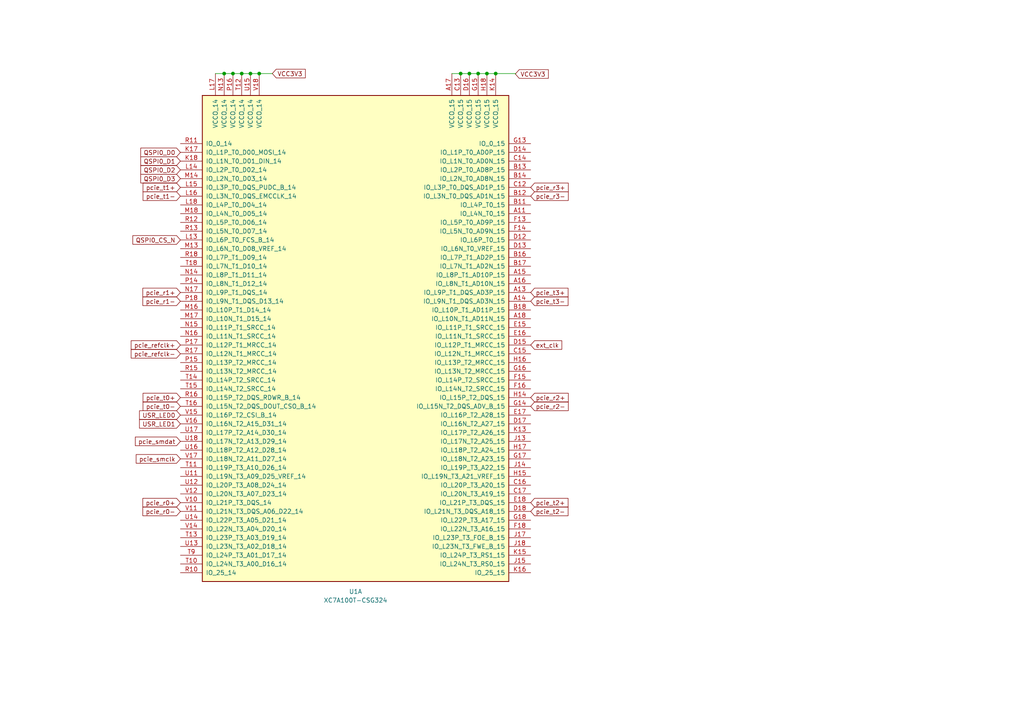
<source format=kicad_sch>
(kicad_sch (version 20230121) (generator eeschema)
  (paper "A4")
  (lib_symbols
    (symbol "FPGA_Xilinx_Artix7:XC7A100T-CSG324" (pin_names (offset 1.016))
      (property "Reference" "U" (at 0 1.27 0))
      (property "Value" "XC7A100T-CSG324" (at 0 -1.27 0))
      (symbol "XC7A100T-CSG324_1_1"
        (rectangle (start -44.45 67.31) (end 44.45 -73.66) (stroke (width 0.254)) (fill (type background)))
        (pin bidirectional line (at 50.8 33.02 180) (length 6.35) (name "IO_L4N_T0_15") (number "A11"))
        (pin bidirectional line (at 50.8 10.16 180) (length 6.35) (name "IO_L9P_T1_DQS_AD3P_15") (number "A13"))
        (pin bidirectional line (at 50.8 7.62 180) (length 6.35) (name "IO_L9N_T1_DQS_AD3N_15") (number "A14"))
        (pin bidirectional line (at 50.8 15.24 180) (length 6.35) (name "IO_L8P_T1_AD10P_15") (number "A15"))
        (pin bidirectional line (at 50.8 12.7 180) (length 6.35) (name "IO_L8N_T1_AD10N_15") (number "A16"))
        (pin power_in line (at 27.94 73.66 270) (length 6.35) (name "VCCO_15") (number "A17"))
        (pin bidirectional line (at 50.8 2.54 180) (length 6.35) (name "IO_L10N_T1_AD11N_15") (number "A18"))
        (pin bidirectional line (at 50.8 35.56 180) (length 6.35) (name "IO_L4P_T0_15") (number "B11"))
        (pin bidirectional line (at 50.8 38.1 180) (length 6.35) (name "IO_L3N_T0_DQS_AD1N_15") (number "B12"))
        (pin bidirectional line (at 50.8 45.72 180) (length 6.35) (name "IO_L2P_T0_AD8P_15") (number "B13"))
        (pin bidirectional line (at 50.8 43.18 180) (length 6.35) (name "IO_L2N_T0_AD8N_15") (number "B14"))
        (pin bidirectional line (at 50.8 20.32 180) (length 6.35) (name "IO_L7P_T1_AD2P_15") (number "B16"))
        (pin bidirectional line (at 50.8 17.78 180) (length 6.35) (name "IO_L7N_T1_AD2N_15") (number "B17"))
        (pin bidirectional line (at 50.8 5.08 180) (length 6.35) (name "IO_L10P_T1_AD11P_15") (number "B18"))
        (pin bidirectional line (at 50.8 40.64 180) (length 6.35) (name "IO_L3P_T0_DQS_AD1P_15") (number "C12"))
        (pin power_in line (at 30.48 73.66 270) (length 6.35) (name "VCCO_15") (number "C13"))
        (pin bidirectional line (at 50.8 48.26 180) (length 6.35) (name "IO_L1N_T0_AD0N_15") (number "C14"))
        (pin bidirectional line (at 50.8 -7.62 180) (length 6.35) (name "IO_L12N_T1_MRCC_15") (number "C15"))
        (pin bidirectional line (at 50.8 -45.72 180) (length 6.35) (name "IO_L20P_T3_A20_15") (number "C16"))
        (pin bidirectional line (at 50.8 -48.26 180) (length 6.35) (name "IO_L20N_T3_A19_15") (number "C17"))
        (pin bidirectional line (at 50.8 25.4 180) (length 6.35) (name "IO_L6P_T0_15") (number "D12"))
        (pin bidirectional line (at 50.8 22.86 180) (length 6.35) (name "IO_L6N_T0_VREF_15") (number "D13"))
        (pin bidirectional line (at 50.8 50.8 180) (length 6.35) (name "IO_L1P_T0_AD0P_15") (number "D14"))
        (pin bidirectional line (at 50.8 -5.08 180) (length 6.35) (name "IO_L12P_T1_MRCC_15") (number "D15"))
        (pin power_in line (at 33.02 73.66 270) (length 6.35) (name "VCCO_15") (number "D16"))
        (pin bidirectional line (at 50.8 -27.94 180) (length 6.35) (name "IO_L16N_T2_A27_15") (number "D17"))
        (pin bidirectional line (at 50.8 -53.34 180) (length 6.35) (name "IO_L21N_T3_DQS_A18_15") (number "D18"))
        (pin bidirectional line (at 50.8 0 180) (length 6.35) (name "IO_L11P_T1_SRCC_15") (number "E15"))
        (pin bidirectional line (at 50.8 -2.54 180) (length 6.35) (name "IO_L11N_T1_SRCC_15") (number "E16"))
        (pin bidirectional line (at 50.8 -25.4 180) (length 6.35) (name "IO_L16P_T2_A28_15") (number "E17"))
        (pin bidirectional line (at 50.8 -50.8 180) (length 6.35) (name "IO_L21P_T3_DQS_15") (number "E18"))
        (pin bidirectional line (at 50.8 30.48 180) (length 6.35) (name "IO_L5P_T0_AD9P_15") (number "F13"))
        (pin bidirectional line (at 50.8 27.94 180) (length 6.35) (name "IO_L5N_T0_AD9N_15") (number "F14"))
        (pin bidirectional line (at 50.8 -15.24 180) (length 6.35) (name "IO_L14P_T2_SRCC_15") (number "F15"))
        (pin bidirectional line (at 50.8 -17.78 180) (length 6.35) (name "IO_L14N_T2_SRCC_15") (number "F16"))
        (pin bidirectional line (at 50.8 -58.42 180) (length 6.35) (name "IO_L22N_T3_A16_15") (number "F18"))
        (pin bidirectional line (at 50.8 53.34 180) (length 6.35) (name "IO_0_15") (number "G13"))
        (pin bidirectional line (at 50.8 -22.86 180) (length 6.35) (name "IO_L15N_T2_DQS_ADV_B_15") (number "G14"))
        (pin power_in line (at 35.56 73.66 270) (length 6.35) (name "VCCO_15") (number "G15"))
        (pin bidirectional line (at 50.8 -12.7 180) (length 6.35) (name "IO_L13N_T2_MRCC_15") (number "G16"))
        (pin bidirectional line (at 50.8 -38.1 180) (length 6.35) (name "IO_L18N_T2_A23_15") (number "G17"))
        (pin bidirectional line (at 50.8 -55.88 180) (length 6.35) (name "IO_L22P_T3_A17_15") (number "G18"))
        (pin bidirectional line (at 50.8 -20.32 180) (length 6.35) (name "IO_L15P_T2_DQS_15") (number "H14"))
        (pin bidirectional line (at 50.8 -43.18 180) (length 6.35) (name "IO_L19N_T3_A21_VREF_15") (number "H15"))
        (pin bidirectional line (at 50.8 -10.16 180) (length 6.35) (name "IO_L13P_T2_MRCC_15") (number "H16"))
        (pin bidirectional line (at 50.8 -35.56 180) (length 6.35) (name "IO_L18P_T2_A24_15") (number "H17"))
        (pin power_in line (at 38.1 73.66 270) (length 6.35) (name "VCCO_15") (number "H18"))
        (pin bidirectional line (at 50.8 -33.02 180) (length 6.35) (name "IO_L17N_T2_A25_15") (number "J13"))
        (pin bidirectional line (at 50.8 -40.64 180) (length 6.35) (name "IO_L19P_T3_A22_15") (number "J14"))
        (pin bidirectional line (at 50.8 -68.58 180) (length 6.35) (name "IO_L24N_T3_RS0_15") (number "J15"))
        (pin bidirectional line (at 50.8 -60.96 180) (length 6.35) (name "IO_L23P_T3_FOE_B_15") (number "J17"))
        (pin bidirectional line (at 50.8 -63.5 180) (length 6.35) (name "IO_L23N_T3_FWE_B_15") (number "J18"))
        (pin bidirectional line (at 50.8 -30.48 180) (length 6.35) (name "IO_L17P_T2_A26_15") (number "K13"))
        (pin power_in line (at 40.64 73.66 270) (length 6.35) (name "VCCO_15") (number "K14"))
        (pin bidirectional line (at 50.8 -66.04 180) (length 6.35) (name "IO_L24P_T3_RS1_15") (number "K15"))
        (pin bidirectional line (at 50.8 -71.12 180) (length 6.35) (name "IO_25_15") (number "K16"))
        (pin bidirectional line (at -50.8 50.8 0) (length 6.35) (name "IO_L1P_T0_D00_MOSI_14") (number "K17"))
        (pin bidirectional line (at -50.8 48.26 0) (length 6.35) (name "IO_L1N_T0_D01_DIN_14") (number "K18"))
        (pin bidirectional line (at -50.8 25.4 0) (length 6.35) (name "IO_L6P_T0_FCS_B_14") (number "L13"))
        (pin bidirectional line (at -50.8 45.72 0) (length 6.35) (name "IO_L2P_T0_D02_14") (number "L14"))
        (pin bidirectional line (at -50.8 40.64 0) (length 6.35) (name "IO_L3P_T0_DQS_PUDC_B_14") (number "L15"))
        (pin bidirectional line (at -50.8 38.1 0) (length 6.35) (name "IO_L3N_T0_DQS_EMCCLK_14") (number "L16"))
        (pin power_in line (at -40.64 73.66 270) (length 6.35) (name "VCCO_14") (number "L17"))
        (pin bidirectional line (at -50.8 35.56 0) (length 6.35) (name "IO_L4P_T0_D04_14") (number "L18"))
        (pin bidirectional line (at -50.8 22.86 0) (length 6.35) (name "IO_L6N_T0_D08_VREF_14") (number "M13"))
        (pin bidirectional line (at -50.8 43.18 0) (length 6.35) (name "IO_L2N_T0_D03_14") (number "M14"))
        (pin bidirectional line (at -50.8 5.08 0) (length 6.35) (name "IO_L10P_T1_D14_14") (number "M16"))
        (pin bidirectional line (at -50.8 2.54 0) (length 6.35) (name "IO_L10N_T1_D15_14") (number "M17"))
        (pin bidirectional line (at -50.8 33.02 0) (length 6.35) (name "IO_L4N_T0_D05_14") (number "M18"))
        (pin power_in line (at -38.1 73.66 270) (length 6.35) (name "VCCO_14") (number "N13"))
        (pin bidirectional line (at -50.8 15.24 0) (length 6.35) (name "IO_L8P_T1_D11_14") (number "N14"))
        (pin bidirectional line (at -50.8 0 0) (length 6.35) (name "IO_L11P_T1_SRCC_14") (number "N15"))
        (pin bidirectional line (at -50.8 -2.54 0) (length 6.35) (name "IO_L11N_T1_SRCC_14") (number "N16"))
        (pin bidirectional line (at -50.8 10.16 0) (length 6.35) (name "IO_L9P_T1_DQS_14") (number "N17"))
        (pin bidirectional line (at -50.8 12.7 0) (length 6.35) (name "IO_L8N_T1_D12_14") (number "P14"))
        (pin bidirectional line (at -50.8 -10.16 0) (length 6.35) (name "IO_L13P_T2_MRCC_14") (number "P15"))
        (pin power_in line (at -35.56 73.66 270) (length 6.35) (name "VCCO_14") (number "P16"))
        (pin bidirectional line (at -50.8 -5.08 0) (length 6.35) (name "IO_L12P_T1_MRCC_14") (number "P17"))
        (pin bidirectional line (at -50.8 7.62 0) (length 6.35) (name "IO_L9N_T1_DQS_D13_14") (number "P18"))
        (pin bidirectional line (at -50.8 -71.12 0) (length 6.35) (name "IO_25_14") (number "R10"))
        (pin bidirectional line (at -50.8 53.34 0) (length 6.35) (name "IO_0_14") (number "R11"))
        (pin bidirectional line (at -50.8 30.48 0) (length 6.35) (name "IO_L5P_T0_D06_14") (number "R12"))
        (pin bidirectional line (at -50.8 27.94 0) (length 6.35) (name "IO_L5N_T0_D07_14") (number "R13"))
        (pin bidirectional line (at -50.8 -12.7 0) (length 6.35) (name "IO_L13N_T2_MRCC_14") (number "R15"))
        (pin bidirectional line (at -50.8 -20.32 0) (length 6.35) (name "IO_L15P_T2_DQS_RDWR_B_14") (number "R16"))
        (pin bidirectional line (at -50.8 -7.62 0) (length 6.35) (name "IO_L12N_T1_MRCC_14") (number "R17"))
        (pin bidirectional line (at -50.8 20.32 0) (length 6.35) (name "IO_L7P_T1_D09_14") (number "R18"))
        (pin bidirectional line (at -50.8 -68.58 0) (length 6.35) (name "IO_L24N_T3_A00_D16_14") (number "T10"))
        (pin bidirectional line (at -50.8 -40.64 0) (length 6.35) (name "IO_L19P_T3_A10_D26_14") (number "T11"))
        (pin power_in line (at -33.02 73.66 270) (length 6.35) (name "VCCO_14") (number "T12"))
        (pin bidirectional line (at -50.8 -60.96 0) (length 6.35) (name "IO_L23P_T3_A03_D19_14") (number "T13"))
        (pin bidirectional line (at -50.8 -15.24 0) (length 6.35) (name "IO_L14P_T2_SRCC_14") (number "T14"))
        (pin bidirectional line (at -50.8 -17.78 0) (length 6.35) (name "IO_L14N_T2_SRCC_14") (number "T15"))
        (pin bidirectional line (at -50.8 -22.86 0) (length 6.35) (name "IO_L15N_T2_DQS_DOUT_CSO_B_14") (number "T16"))
        (pin bidirectional line (at -50.8 17.78 0) (length 6.35) (name "IO_L7N_T1_D10_14") (number "T18"))
        (pin bidirectional line (at -50.8 -66.04 0) (length 6.35) (name "IO_L24P_T3_A01_D17_14") (number "T9"))
        (pin bidirectional line (at -50.8 -43.18 0) (length 6.35) (name "IO_L19N_T3_A09_D25_VREF_14") (number "U11"))
        (pin bidirectional line (at -50.8 -45.72 0) (length 6.35) (name "IO_L20P_T3_A08_D24_14") (number "U12"))
        (pin bidirectional line (at -50.8 -63.5 0) (length 6.35) (name "IO_L23N_T3_A02_D18_14") (number "U13"))
        (pin bidirectional line (at -50.8 -55.88 0) (length 6.35) (name "IO_L22P_T3_A05_D21_14") (number "U14"))
        (pin power_in line (at -30.48 73.66 270) (length 6.35) (name "VCCO_14") (number "U15"))
        (pin bidirectional line (at -50.8 -35.56 0) (length 6.35) (name "IO_L18P_T2_A12_D28_14") (number "U16"))
        (pin bidirectional line (at -50.8 -30.48 0) (length 6.35) (name "IO_L17P_T2_A14_D30_14") (number "U17"))
        (pin bidirectional line (at -50.8 -33.02 0) (length 6.35) (name "IO_L17N_T2_A13_D29_14") (number "U18"))
        (pin bidirectional line (at -50.8 -50.8 0) (length 6.35) (name "IO_L21P_T3_DQS_14") (number "V10"))
        (pin bidirectional line (at -50.8 -53.34 0) (length 6.35) (name "IO_L21N_T3_DQS_A06_D22_14") (number "V11"))
        (pin bidirectional line (at -50.8 -48.26 0) (length 6.35) (name "IO_L20N_T3_A07_D23_14") (number "V12"))
        (pin bidirectional line (at -50.8 -58.42 0) (length 6.35) (name "IO_L22N_T3_A04_D20_14") (number "V14"))
        (pin bidirectional line (at -50.8 -25.4 0) (length 6.35) (name "IO_L16P_T2_CSI_B_14") (number "V15"))
        (pin bidirectional line (at -50.8 -27.94 0) (length 6.35) (name "IO_L16N_T2_A15_D31_14") (number "V16"))
        (pin bidirectional line (at -50.8 -38.1 0) (length 6.35) (name "IO_L18N_T2_A11_D27_14") (number "V17"))
        (pin power_in line (at -27.94 73.66 270) (length 6.35) (name "VCCO_14") (number "V18"))
      )
      (symbol "XC7A100T-CSG324_2_1"
        (rectangle (start -44.45 67.31) (end 44.45 -73.66) (stroke (width 0.254)) (fill (type background)))
        (pin bidirectional line (at -50.8 35.56 0) (length 6.35) (name "IO_L14P_T2_SRCC_16") (number "A10"))
        (pin bidirectional line (at -50.8 43.18 0) (length 6.35) (name "IO_L12N_T1_MRCC_16") (number "A8"))
        (pin bidirectional line (at -50.8 33.02 0) (length 6.35) (name "IO_L14N_T2_SRCC_16") (number "A9"))
        (pin power_in line (at -40.64 73.66 270) (length 6.35) (name "VCCO_16") (number "B10"))
        (pin bidirectional line (at -50.8 45.72 0) (length 6.35) (name "IO_L12P_T1_MRCC_16") (number "B8"))
        (pin bidirectional line (at -50.8 48.26 0) (length 6.35) (name "IO_L11N_T1_SRCC_16") (number "B9"))
        (pin bidirectional line (at -50.8 38.1 0) (length 6.35) (name "IO_L13N_T2_MRCC_16") (number "C10"))
        (pin bidirectional line (at -50.8 40.64 0) (length 6.35) (name "IO_L13P_T2_MRCC_16") (number "C11"))
        (pin bidirectional line (at -50.8 50.8 0) (length 6.35) (name "IO_L11P_T1_SRCC_16") (number "C9"))
        (pin bidirectional line (at -50.8 30.48 0) (length 6.35) (name "IO_L19N_T3_VREF_16") (number "D10"))
        (pin bidirectional line (at -50.8 53.34 0) (length 6.35) (name "IO_L6N_T0_VREF_16") (number "D9"))
        (pin bidirectional line (at 50.8 45.72 180) (length 6.35) (name "IO_L2P_T0_34") (number "K3"))
        (pin power_in line (at 27.94 73.66 270) (length 6.35) (name "VCCO_34") (number "K4"))
        (pin bidirectional line (at 50.8 30.48 180) (length 6.35) (name "IO_L5P_T0_34") (number "K5"))
        (pin bidirectional line (at 50.8 53.34 180) (length 6.35) (name "IO_0_34") (number "K6"))
        (pin bidirectional line (at 50.8 50.8 180) (length 6.35) (name "IO_L1P_T0_34") (number "L1"))
        (pin bidirectional line (at 50.8 43.18 180) (length 6.35) (name "IO_L2N_T0_34") (number "L3"))
        (pin bidirectional line (at 50.8 27.94 180) (length 6.35) (name "IO_L5N_T0_34") (number "L4"))
        (pin bidirectional line (at 50.8 22.86 180) (length 6.35) (name "IO_L6N_T0_VREF_34") (number "L5"))
        (pin bidirectional line (at 50.8 25.4 180) (length 6.35) (name "IO_L6P_T0_34") (number "L6"))
        (pin bidirectional line (at 50.8 48.26 180) (length 6.35) (name "IO_L1N_T0_34") (number "M1"))
        (pin bidirectional line (at 50.8 33.02 180) (length 6.35) (name "IO_L4N_T0_34") (number "M2"))
        (pin bidirectional line (at 50.8 35.56 180) (length 6.35) (name "IO_L4P_T0_34") (number "M3"))
        (pin bidirectional line (at 50.8 -25.4 180) (length 6.35) (name "IO_L16P_T2_34") (number "M4"))
        (pin bidirectional line (at 50.8 -35.56 180) (length 6.35) (name "IO_L18P_T2_34") (number "M6"))
        (pin bidirectional line (at 50.8 38.1 180) (length 6.35) (name "IO_L3N_T0_DQS_34") (number "N1"))
        (pin bidirectional line (at 50.8 40.64 180) (length 6.35) (name "IO_L3P_T0_DQS_34") (number "N2"))
        (pin power_in line (at 30.48 73.66 270) (length 6.35) (name "VCCO_34") (number "N3"))
        (pin bidirectional line (at 50.8 -27.94 180) (length 6.35) (name "IO_L16N_T2_34") (number "N4"))
        (pin bidirectional line (at 50.8 -10.16 180) (length 6.35) (name "IO_L13P_T2_MRCC_34") (number "N5"))
        (pin bidirectional line (at 50.8 -38.1 180) (length 6.35) (name "IO_L18N_T2_34") (number "N6"))
        (pin bidirectional line (at 50.8 -20.32 180) (length 6.35) (name "IO_L15P_T2_DQS_34") (number "P2"))
        (pin bidirectional line (at 50.8 -17.78 180) (length 6.35) (name "IO_L14N_T2_SRCC_34") (number "P3"))
        (pin bidirectional line (at 50.8 -15.24 180) (length 6.35) (name "IO_L14P_T2_SRCC_34") (number "P4"))
        (pin bidirectional line (at 50.8 -12.7 180) (length 6.35) (name "IO_L13N_T2_MRCC_34") (number "P5"))
        (pin power_in line (at 33.02 73.66 270) (length 6.35) (name "VCCO_34") (number "P6"))
        (pin bidirectional line (at 50.8 -30.48 180) (length 6.35) (name "IO_L17P_T2_34") (number "R1"))
        (pin bidirectional line (at 50.8 -22.86 180) (length 6.35) (name "IO_L15N_T2_DQS_34") (number "R2"))
        (pin bidirectional line (at 50.8 0 180) (length 6.35) (name "IO_L11P_T1_SRCC_34") (number "R3"))
        (pin bidirectional line (at 50.8 -43.18 180) (length 6.35) (name "IO_L19N_T3_VREF_34") (number "R5"))
        (pin bidirectional line (at 50.8 -40.64 180) (length 6.35) (name "IO_L19P_T3_34") (number "R6"))
        (pin bidirectional line (at 50.8 -60.96 180) (length 6.35) (name "IO_L23P_T3_34") (number "R7"))
        (pin bidirectional line (at 50.8 -66.04 180) (length 6.35) (name "IO_L24P_T3_34") (number "R8"))
        (pin bidirectional line (at 50.8 -33.02 180) (length 6.35) (name "IO_L17N_T2_34") (number "T1"))
        (pin power_in line (at 35.56 73.66 270) (length 6.35) (name "VCCO_34") (number "T2"))
        (pin bidirectional line (at 50.8 -2.54 180) (length 6.35) (name "IO_L11N_T1_SRCC_34") (number "T3"))
        (pin bidirectional line (at 50.8 -7.62 180) (length 6.35) (name "IO_L12N_T1_MRCC_34") (number "T4"))
        (pin bidirectional line (at 50.8 -5.08 180) (length 6.35) (name "IO_L12P_T1_MRCC_34") (number "T5"))
        (pin bidirectional line (at 50.8 -63.5 180) (length 6.35) (name "IO_L23N_T3_34") (number "T6"))
        (pin bidirectional line (at 50.8 -68.58 180) (length 6.35) (name "IO_L24N_T3_34") (number "T8"))
        (pin bidirectional line (at 50.8 20.32 180) (length 6.35) (name "IO_L7P_T1_34") (number "U1"))
        (pin bidirectional line (at 50.8 10.16 180) (length 6.35) (name "IO_L9P_T1_DQS_34") (number "U2"))
        (pin bidirectional line (at 50.8 12.7 180) (length 6.35) (name "IO_L8N_T1_34") (number "U3"))
        (pin bidirectional line (at 50.8 15.24 180) (length 6.35) (name "IO_L8P_T1_34") (number "U4"))
        (pin power_in line (at 38.1 73.66 270) (length 6.35) (name "VCCO_34") (number "U5"))
        (pin bidirectional line (at 50.8 -58.42 180) (length 6.35) (name "IO_L22N_T3_34") (number "U6"))
        (pin bidirectional line (at 50.8 -55.88 180) (length 6.35) (name "IO_L22P_T3_34") (number "U7"))
        (pin bidirectional line (at 50.8 -71.12 180) (length 6.35) (name "IO_25_34") (number "U8"))
        (pin bidirectional line (at 50.8 -50.8 180) (length 6.35) (name "IO_L21P_T3_DQS_34") (number "U9"))
        (pin bidirectional line (at 50.8 17.78 180) (length 6.35) (name "IO_L7N_T1_34") (number "V1"))
        (pin bidirectional line (at 50.8 7.62 180) (length 6.35) (name "IO_L9N_T1_DQS_34") (number "V2"))
        (pin bidirectional line (at 50.8 2.54 180) (length 6.35) (name "IO_L10N_T1_34") (number "V4"))
        (pin bidirectional line (at 50.8 5.08 180) (length 6.35) (name "IO_L10P_T1_34") (number "V5"))
        (pin bidirectional line (at 50.8 -48.26 180) (length 6.35) (name "IO_L20N_T3_34") (number "V6"))
        (pin bidirectional line (at 50.8 -45.72 180) (length 6.35) (name "IO_L20P_T3_34") (number "V7"))
        (pin power_in line (at 40.64 73.66 270) (length 6.35) (name "VCCO_34") (number "V8"))
        (pin bidirectional line (at 50.8 -53.34 180) (length 6.35) (name "IO_L21N_T3_DQS_34") (number "V9"))
      )
      (symbol "XC7A100T-CSG324_3_1"
        (rectangle (start -44.45 67.31) (end 44.45 -73.66) (stroke (width 0.254)) (fill (type background)))
        (pin bidirectional line (at -50.8 7.62 0) (length 6.35) (name "IO_L9N_T1_DQS_AD7N_35") (number "A1"))
        (pin bidirectional line (at -50.8 12.7 0) (length 6.35) (name "IO_L8N_T1_AD14N_35") (number "A3"))
        (pin bidirectional line (at -50.8 15.24 0) (length 6.35) (name "IO_L8P_T1_AD14P_35") (number "A4"))
        (pin bidirectional line (at -50.8 38.1 0) (length 6.35) (name "IO_L3N_T0_DQS_AD5N_35") (number "A5"))
        (pin bidirectional line (at -50.8 40.64 0) (length 6.35) (name "IO_L3P_T0_DQS_AD5P_35") (number "A6"))
        (pin power_in line (at -40.64 73.66 270) (length 6.35) (name "VCCO_35") (number "A7"))
        (pin bidirectional line (at -50.8 10.16 0) (length 6.35) (name "IO_L9P_T1_DQS_AD7P_35") (number "B1"))
        (pin bidirectional line (at -50.8 2.54 0) (length 6.35) (name "IO_L10N_T1_AD15N_35") (number "B2"))
        (pin bidirectional line (at -50.8 5.08 0) (length 6.35) (name "IO_L10P_T1_AD15P_35") (number "B3"))
        (pin bidirectional line (at -50.8 17.78 0) (length 6.35) (name "IO_L7N_T1_AD6N_35") (number "B4"))
        (pin bidirectional line (at -50.8 43.18 0) (length 6.35) (name "IO_L2N_T0_AD12N_35") (number "B6"))
        (pin bidirectional line (at -50.8 45.72 0) (length 6.35) (name "IO_L2P_T0_AD12P_35") (number "B7"))
        (pin bidirectional line (at -50.8 -27.94 0) (length 6.35) (name "IO_L16N_T2_35") (number "C1"))
        (pin bidirectional line (at -50.8 -25.4 0) (length 6.35) (name "IO_L16P_T2_35") (number "C2"))
        (pin power_in line (at -38.1 73.66 270) (length 6.35) (name "VCCO_35") (number "C3"))
        (pin bidirectional line (at -50.8 20.32 0) (length 6.35) (name "IO_L7P_T1_AD6P_35") (number "C4"))
        (pin bidirectional line (at -50.8 48.26 0) (length 6.35) (name "IO_L1N_T0_AD4N_35") (number "C5"))
        (pin bidirectional line (at -50.8 50.8 0) (length 6.35) (name "IO_L1P_T0_AD4P_35") (number "C6"))
        (pin bidirectional line (at -50.8 33.02 0) (length 6.35) (name "IO_L4N_T0_35") (number "C7"))
        (pin bidirectional line (at -50.8 -17.78 0) (length 6.35) (name "IO_L14N_T2_SRCC_35") (number "D2"))
        (pin bidirectional line (at -50.8 -7.62 0) (length 6.35) (name "IO_L12N_T1_MRCC_35") (number "D3"))
        (pin bidirectional line (at -50.8 -2.54 0) (length 6.35) (name "IO_L11N_T1_SRCC_35") (number "D4"))
        (pin bidirectional line (at -50.8 0 0) (length 6.35) (name "IO_L11P_T1_SRCC_35") (number "D5"))
        (pin power_in line (at -35.56 73.66 270) (length 6.35) (name "VCCO_35") (number "D6"))
        (pin bidirectional line (at -50.8 22.86 0) (length 6.35) (name "IO_L6N_T0_VREF_35") (number "D7"))
        (pin bidirectional line (at -50.8 35.56 0) (length 6.35) (name "IO_L4P_T0_35") (number "D8"))
        (pin bidirectional line (at -50.8 -38.1 0) (length 6.35) (name "IO_L18N_T2_35") (number "E1"))
        (pin bidirectional line (at -50.8 -15.24 0) (length 6.35) (name "IO_L14P_T2_SRCC_35") (number "E2"))
        (pin bidirectional line (at -50.8 -5.08 0) (length 6.35) (name "IO_L12P_T1_MRCC_35") (number "E3"))
        (pin bidirectional line (at -50.8 27.94 0) (length 6.35) (name "IO_L5N_T0_AD13N_35") (number "E5"))
        (pin bidirectional line (at -50.8 30.48 0) (length 6.35) (name "IO_L5P_T0_AD13P_35") (number "E6"))
        (pin bidirectional line (at -50.8 25.4 0) (length 6.35) (name "IO_L6P_T0_35") (number "E7"))
        (pin bidirectional line (at -50.8 -35.56 0) (length 6.35) (name "IO_L18P_T2_35") (number "F1"))
        (pin power_in line (at -33.02 73.66 270) (length 6.35) (name "VCCO_35") (number "F2"))
        (pin bidirectional line (at -50.8 -12.7 0) (length 6.35) (name "IO_L13N_T2_MRCC_35") (number "F3"))
        (pin bidirectional line (at -50.8 -10.16 0) (length 6.35) (name "IO_L13P_T2_MRCC_35") (number "F4"))
        (pin bidirectional line (at -50.8 53.34 0) (length 6.35) (name "IO_0_35") (number "F5"))
        (pin bidirectional line (at -50.8 -43.18 0) (length 6.35) (name "IO_L19N_T3_VREF_35") (number "F6"))
        (pin bidirectional line (at -50.8 -33.02 0) (length 6.35) (name "IO_L17N_T2_35") (number "G1"))
        (pin bidirectional line (at -50.8 -22.86 0) (length 6.35) (name "IO_L15N_T2_DQS_35") (number "G2"))
        (pin bidirectional line (at -50.8 -48.26 0) (length 6.35) (name "IO_L20N_T3_35") (number "G3"))
        (pin bidirectional line (at -50.8 -45.72 0) (length 6.35) (name "IO_L20P_T3_35") (number "G4"))
        (pin power_in line (at -30.48 73.66 270) (length 6.35) (name "VCCO_35") (number "G5"))
        (pin bidirectional line (at -50.8 -40.64 0) (length 6.35) (name "IO_L19P_T3_35") (number "G6"))
        (pin bidirectional line (at -50.8 -30.48 0) (length 6.35) (name "IO_L17P_T2_35") (number "H1"))
        (pin bidirectional line (at -50.8 -20.32 0) (length 6.35) (name "IO_L15P_T2_DQS_35") (number "H2"))
        (pin bidirectional line (at -50.8 -53.34 0) (length 6.35) (name "IO_L21N_T3_DQS_35") (number "H4"))
        (pin bidirectional line (at -50.8 -68.58 0) (length 6.35) (name "IO_L24N_T3_35") (number "H5"))
        (pin bidirectional line (at -50.8 -66.04 0) (length 6.35) (name "IO_L24P_T3_35") (number "H6"))
        (pin power_in line (at -27.94 73.66 270) (length 6.35) (name "VCCO_35") (number "J1"))
        (pin bidirectional line (at -50.8 -58.42 0) (length 6.35) (name "IO_L22N_T3_35") (number "J2"))
        (pin bidirectional line (at -50.8 -55.88 0) (length 6.35) (name "IO_L22P_T3_35") (number "J3"))
        (pin bidirectional line (at -50.8 -50.8 0) (length 6.35) (name "IO_L21P_T3_DQS_35") (number "J4"))
        (pin bidirectional line (at -50.8 -71.12 0) (length 6.35) (name "IO_25_35") (number "J5"))
        (pin bidirectional line (at -50.8 -63.5 0) (length 6.35) (name "IO_L23N_T3_35") (number "K1"))
        (pin bidirectional line (at -50.8 -60.96 0) (length 6.35) (name "IO_L23P_T3_35") (number "K2"))
      )
      (symbol "XC7A100T-CSG324_4_1"
        (rectangle (start -31.75 34.29) (end 31.75 -40.64) (stroke (width 0.254)) (fill (type background)))
        (pin bidirectional line (at 38.1 12.7 180) (length 6.35) (name "TCK_0") (number "E10"))
        (pin bidirectional line (at 38.1 20.32 180) (length 6.35) (name "TDI_0") (number "E11"))
        (pin bidirectional line (at 38.1 15.24 180) (length 6.35) (name "TMS_0") (number "E12"))
        (pin bidirectional line (at 38.1 17.78 180) (length 6.35) (name "TDO_0") (number "E13"))
        (pin bidirectional line (at 38.1 7.62 180) (length 6.35) (name "CCLK_0") (number "E9"))
        (pin bidirectional line (at 38.1 -20.32 180) (length 6.35) (name "VP_0") (number "J10"))
        (pin bidirectional line (at 38.1 -30.48 180) (length 6.35) (name "VREFN_0") (number "J9"))
        (pin bidirectional line (at 38.1 -27.94 180) (length 6.35) (name "VREFP_0") (number "K10"))
        (pin bidirectional line (at 38.1 -22.86 180) (length 6.35) (name "VN_0") (number "K9"))
        (pin bidirectional line (at 38.1 -35.56 180) (length 6.35) (name "DXP_0") (number "L10"))
        (pin bidirectional line (at 38.1 -38.1 180) (length 6.35) (name "DXN_0") (number "L9"))
        (pin bidirectional line (at 38.1 -5.08 180) (length 6.35) (name "DONE_0") (number "P10"))
        (pin bidirectional line (at 38.1 0 180) (length 6.35) (name "M2_0") (number "P11"))
        (pin bidirectional line (at 38.1 5.08 180) (length 6.35) (name "M0_0") (number "P12"))
        (pin bidirectional line (at 38.1 2.54 180) (length 6.35) (name "M1_0") (number "P13"))
        (pin bidirectional line (at 38.1 -7.62 180) (length 6.35) (name "INIT_B_0") (number "P7"))
        (pin bidirectional line (at 38.1 -15.24 180) (length 6.35) (name "CFGBVS_0") (number "P8"))
        (pin bidirectional line (at 38.1 -10.16 180) (length 6.35) (name "PROGRAM_B_0") (number "P9"))
        (pin power_in line (at 27.94 40.64 270) (length 6.35) (name "VCCO_0") (number "R9"))
      )
      (symbol "XC7A100T-CSG324_5_1"
        (rectangle (start -19.05 50.8) (end 19.05 -50.8) (stroke (width 0.254)) (fill (type background)))
        (pin power_in line (at -25.4 7.62 0) (length 6.35) (name "GND") (number "A12"))
        (pin power_in line (at -25.4 10.16 0) (length 6.35) (name "GND") (number "A2"))
        (pin power_in line (at -25.4 2.54 0) (length 6.35) (name "GND") (number "B15"))
        (pin power_in line (at -25.4 5.08 0) (length 6.35) (name "GND") (number "B5"))
        (pin power_in line (at -25.4 -2.54 0) (length 6.35) (name "GND") (number "C18"))
        (pin power_in line (at -25.4 0 0) (length 6.35) (name "GND") (number "C8"))
        (pin power_in line (at -25.4 -5.08 0) (length 6.35) (name "GND") (number "D1"))
        (pin power_in line (at -25.4 -7.62 0) (length 6.35) (name "GND") (number "D11"))
        (pin power_in line (at -25.4 -12.7 0) (length 6.35) (name "GND") (number "E14"))
        (pin power_in line (at -25.4 -10.16 0) (length 6.35) (name "GND") (number "E4"))
        (pin power_in line (at -25.4 30.48 0) (length 6.35) (name "VCCBATT_0") (number "E8"))
        (pin power_in line (at -25.4 27.94 0) (length 6.35) (name "VCCBRAM") (number "F10"))
        (pin power_in line (at -25.4 -20.32 0) (length 6.35) (name "GND") (number "F11"))
        (pin power_in line (at -25.4 48.26 0) (length 6.35) (name "VCCAUX") (number "F12"))
        (pin power_in line (at -25.4 -22.86 0) (length 6.35) (name "GND") (number "F17"))
        (pin power_in line (at -25.4 -15.24 0) (length 6.35) (name "GND") (number "F7"))
        (pin power_in line (at 25.4 48.26 180) (length 6.35) (name "VCCINT") (number "F8"))
        (pin power_in line (at -25.4 -17.78 0) (length 6.35) (name "GND") (number "F9"))
        (pin power_in line (at -25.4 -27.94 0) (length 6.35) (name "GND") (number "G10"))
        (pin power_in line (at -25.4 25.4 0) (length 6.35) (name "VCCBRAM") (number "G11"))
        (pin power_in line (at -25.4 -30.48 0) (length 6.35) (name "GND") (number "G12"))
        (pin power_in line (at 25.4 45.72 180) (length 6.35) (name "VCCINT") (number "G7"))
        (pin power_in line (at -25.4 -25.4 0) (length 6.35) (name "GND") (number "G8"))
        (pin power_in line (at 25.4 43.18 180) (length 6.35) (name "VCCINT") (number "G9"))
        (pin power_in line (at -25.4 33.02 0) (length 6.35) (name "VCCADC_0") (number "H10"))
        (pin power_in line (at -25.4 -38.1 0) (length 6.35) (name "GND") (number "H11"))
        (pin power_in line (at -25.4 45.72 0) (length 6.35) (name "VCCAUX") (number "H12"))
        (pin power_in line (at -25.4 -40.64 0) (length 6.35) (name "GND") (number "H13"))
        (pin power_in line (at -25.4 -33.02 0) (length 6.35) (name "GND") (number "H3"))
        (pin power_in line (at -25.4 -35.56 0) (length 6.35) (name "GND") (number "H7"))
        (pin power_in line (at 25.4 40.64 180) (length 6.35) (name "VCCINT") (number "H8"))
        (pin power_in line (at -25.4 35.56 0) (length 6.35) (name "GNDADC_0") (number "H9"))
        (pin power_in line (at 25.4 35.56 180) (length 6.35) (name "VCCINT") (number "J11"))
        (pin power_in line (at -25.4 -48.26 0) (length 6.35) (name "GND") (number "J12"))
        (pin power_in line (at 25.4 7.62 180) (length 6.35) (name "GND") (number "J16"))
        (pin power_in line (at -25.4 -43.18 0) (length 6.35) (name "GND") (number "J6"))
        (pin power_in line (at 25.4 38.1 180) (length 6.35) (name "VCCINT") (number "J7"))
        (pin power_in line (at -25.4 -45.72 0) (length 6.35) (name "GND") (number "J8"))
        (pin power_in line (at 25.4 2.54 180) (length 6.35) (name "GND") (number "K11"))
        (pin power_in line (at -25.4 43.18 0) (length 6.35) (name "VCCAUX") (number "K12"))
        (pin power_in line (at 25.4 5.08 180) (length 6.35) (name "GND") (number "K7"))
        (pin power_in line (at 25.4 33.02 180) (length 6.35) (name "VCCINT") (number "K8"))
        (pin power_in line (at 25.4 27.94 180) (length 6.35) (name "VCCINT") (number "L11"))
        (pin power_in line (at 25.4 -5.08 180) (length 6.35) (name "GND") (number "L12"))
        (pin power_in line (at 25.4 0 180) (length 6.35) (name "GND") (number "L2"))
        (pin power_in line (at 25.4 30.48 180) (length 6.35) (name "VCCINT") (number "L7"))
        (pin power_in line (at 25.4 -2.54 180) (length 6.35) (name "GND") (number "L8"))
        (pin power_in line (at 25.4 22.86 180) (length 6.35) (name "VCCINT") (number "M10"))
        (pin power_in line (at 25.4 -15.24 180) (length 6.35) (name "GND") (number "M11"))
        (pin power_in line (at -25.4 40.64 0) (length 6.35) (name "VCCAUX") (number "M12"))
        (pin power_in line (at 25.4 -17.78 180) (length 6.35) (name "GND") (number "M15"))
        (pin power_in line (at 25.4 -7.62 180) (length 6.35) (name "GND") (number "M5"))
        (pin power_in line (at 25.4 -10.16 180) (length 6.35) (name "GND") (number "M7"))
        (pin power_in line (at 25.4 25.4 180) (length 6.35) (name "VCCINT") (number "M8"))
        (pin power_in line (at 25.4 -12.7 180) (length 6.35) (name "GND") (number "M9"))
        (pin power_in line (at 25.4 -22.86 180) (length 6.35) (name "GND") (number "N10"))
        (pin power_in line (at 25.4 15.24 180) (length 6.35) (name "VCCINT") (number "N11"))
        (pin power_in line (at 25.4 -25.4 180) (length 6.35) (name "GND") (number "N12"))
        (pin power_in line (at 25.4 -27.94 180) (length 6.35) (name "GND") (number "N18"))
        (pin power_in line (at 25.4 20.32 180) (length 6.35) (name "VCCINT") (number "N7"))
        (pin power_in line (at 25.4 -20.32 180) (length 6.35) (name "GND") (number "N8"))
        (pin power_in line (at 25.4 17.78 180) (length 6.35) (name "VCCINT") (number "N9"))
        (pin power_in line (at 25.4 -30.48 180) (length 6.35) (name "GND") (number "P1"))
        (pin power_in line (at 25.4 -35.56 180) (length 6.35) (name "GND") (number "R14"))
        (pin power_in line (at 25.4 -33.02 180) (length 6.35) (name "GND") (number "R4"))
        (pin power_in line (at 25.4 -40.64 180) (length 6.35) (name "GND") (number "T17"))
        (pin power_in line (at 25.4 -38.1 180) (length 6.35) (name "GND") (number "T7"))
        (pin power_in line (at 25.4 -43.18 180) (length 6.35) (name "GND") (number "U10"))
        (pin power_in line (at 25.4 -48.26 180) (length 6.35) (name "GND") (number "V13"))
        (pin power_in line (at 25.4 -45.72 180) (length 6.35) (name "GND") (number "V3"))
      )
    )
  )
  (junction (at 72.644 21.336))
  (junction (at 141.224 21.336))
  (junction (at 75.184 21.336))
  (junction (at 70.104 21.336))
  (junction (at 138.684 21.336))
  (junction (at 133.604 21.336))
  (junction (at 65.024 21.336))
  (junction (at 143.764 21.336))
  (junction (at 136.144 21.336))
  (junction (at 67.564 21.336))
  (wire (pts (xy 143.764 21.336) (xy 149.479 21.336)))
  (wire (pts (xy 67.564 21.336) (xy 70.104 21.336)))
  (wire (pts (xy 62.484 21.336) (xy 65.024 21.336)))
  (wire (pts (xy 138.684 21.336) (xy 141.224 21.336)))
  (wire (pts (xy 65.024 21.336) (xy 67.564 21.336)))
  (wire (pts (xy 136.144 21.336) (xy 138.684 21.336)))
  (wire (pts (xy 141.224 21.336) (xy 143.764 21.336)))
  (wire (pts (xy 72.644 21.336) (xy 75.184 21.336)))
  (wire (pts (xy 133.604 21.336) (xy 136.144 21.336)))
  (wire (pts (xy 149.479 21.336) (xy 149.479 21.463)))
  (wire (pts (xy 70.104 21.336) (xy 72.644 21.336)))
  (wire (pts (xy 75.184 21.336) (xy 78.994 21.336)))
  (wire (pts (xy 131.064 21.336) (xy 133.604 21.336)))
  (global_label "pcie_t0+" (shape input) (at 52.324 115.316 180) (property "Intersheetrefs" "${INTERSHEET_REFS}" (effects hide)))
  (global_label "pcie_t1-" (shape input) (at 52.324 56.896 180) (property "Intersheetrefs" "${INTERSHEET_REFS}" (effects hide)))
  (global_label "ext_clk" (shape input) (at 153.924 100.076 0) (property "Intersheetrefs" "${INTERSHEET_REFS}" (effects hide)))
  (global_label "VCC3V3" (shape input) (at 78.994 21.336 0) (property "Intersheetrefs" "${INTERSHEET_REFS}" (effects hide)))
  (global_label "pcie_t2-" (shape input) (at 153.924 148.336 0) (property "Intersheetrefs" "${INTERSHEET_REFS}" (effects hide)))
  (global_label "pcie_r1-" (shape input) (at 52.324 87.376 180) (property "Intersheetrefs" "${INTERSHEET_REFS}" (effects hide)))
  (global_label "QSPI0_D0" (shape input) (at 52.324 44.196 180) (property "Intersheetrefs" "${INTERSHEET_REFS}" (effects hide)))
  (global_label "QSPI0_CS_N" (shape input) (at 52.324 69.596 180) (property "Intersheetrefs" "${INTERSHEET_REFS}" (effects hide)))
  (global_label "QSPI0_D3" (shape input) (at 52.324 51.816 180) (property "Intersheetrefs" "${INTERSHEET_REFS}" (effects hide)))
  (global_label "VCC3V3" (shape input) (at 149.479 21.463 0) (property "Intersheetrefs" "${INTERSHEET_REFS}" (effects hide)))
  (global_label "USR_LED0" (shape input) (at 52.324 120.396 180) (property "Intersheetrefs" "${INTERSHEET_REFS}" (effects hide)))
  (global_label "pcie_r3+" (shape input) (at 153.924 54.356 0) (property "Intersheetrefs" "${INTERSHEET_REFS}" (effects hide)))
  (global_label "pcie_t3-" (shape input) (at 153.924 87.376 0) (property "Intersheetrefs" "${INTERSHEET_REFS}" (effects hide)))
  (global_label "pcie_r3-" (shape input) (at 153.924 56.896 0) (property "Intersheetrefs" "${INTERSHEET_REFS}" (effects hide)))
  (global_label "pcie_r2+" (shape input) (at 153.924 115.316 0) (property "Intersheetrefs" "${INTERSHEET_REFS}" (effects hide)))
  (global_label "pcie_smclk" (shape input) (at 52.324 133.096 180) (property "Intersheetrefs" "${INTERSHEET_REFS}" (effects hide)))
  (global_label "pcie_r0-" (shape input) (at 52.324 148.336 180) (property "Intersheetrefs" "${INTERSHEET_REFS}" (effects hide)))
  (global_label "pcie_t3+" (shape input) (at 153.924 84.836 0) (property "Intersheetrefs" "${INTERSHEET_REFS}" (effects hide)))
  (global_label "pcie_t2+" (shape input) (at 153.924 145.796 0) (property "Intersheetrefs" "${INTERSHEET_REFS}" (effects hide)))
  (global_label "pcie_t0-" (shape input) (at 52.324 117.856 180) (property "Intersheetrefs" "${INTERSHEET_REFS}" (effects hide)))
  (global_label "pcie_t1+" (shape input) (at 52.324 54.356 180) (property "Intersheetrefs" "${INTERSHEET_REFS}" (effects hide)))
  (global_label "pcie_r1+" (shape input) (at 52.324 84.836 180) (property "Intersheetrefs" "${INTERSHEET_REFS}" (effects hide)))
  (global_label "pcie_smdat" (shape input) (at 52.324 128.016 180) (property "Intersheetrefs" "${INTERSHEET_REFS}" (effects hide)))
  (global_label "QSPI0_D2" (shape input) (at 52.324 49.276 180) (property "Intersheetrefs" "${INTERSHEET_REFS}" (effects hide)))
  (global_label "USR_LED1" (shape input) (at 52.324 122.936 180) (property "Intersheetrefs" "${INTERSHEET_REFS}" (effects hide)))
  (global_label "pcie_refclk+" (shape input) (at 52.324 100.076 180) (property "Intersheetrefs" "${INTERSHEET_REFS}" (effects hide)))
  (global_label "pcie_r0+" (shape input) (at 52.324 145.796 180) (property "Intersheetrefs" "${INTERSHEET_REFS}" (effects hide)))
  (global_label "QSPI0_D1" (shape input) (at 52.324 46.736 180) (property "Intersheetrefs" "${INTERSHEET_REFS}" (effects hide)))
  (global_label "pcie_r2-" (shape input) (at 153.924 117.856 0) (property "Intersheetrefs" "${INTERSHEET_REFS}" (effects hide)))
  (global_label "pcie_refclk-" (shape input) (at 52.324 102.616 180) (property "Intersheetrefs" "${INTERSHEET_REFS}" (effects hide)))
  (symbol (lib_id "FPGA_Xilinx_Artix7:XC7A100T-CSG324") (at 103.124 94.996 0) (unit 1)
    (property "Reference" "U1" (at 103.124 171.577 0))
    (property "Value" "XC7A100T-CSG324" (at 103.124 174.117 0))
    (property "Footprint" "Package_BGA:Xilinx_CSG324" (effects hide))
  )
)
</source>
